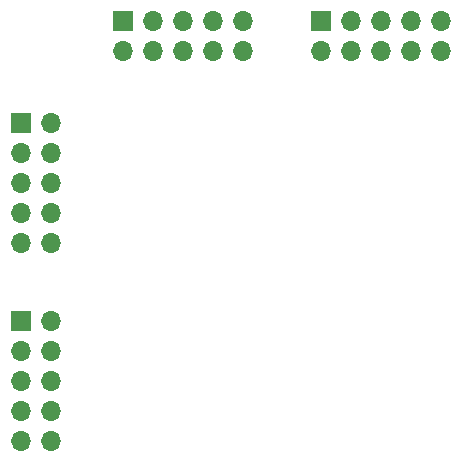
<source format=gbr>
G04 #@! TF.GenerationSoftware,KiCad,Pcbnew,5.1.5-52549c5~84~ubuntu16.04.1*
G04 #@! TF.CreationDate,2020-01-11T14:28:59-08:00*
G04 #@! TF.ProjectId,frame_corners,6672616d-655f-4636-9f72-6e6572732e6b,rev?*
G04 #@! TF.SameCoordinates,Original*
G04 #@! TF.FileFunction,Copper,L1,Top*
G04 #@! TF.FilePolarity,Positive*
%FSLAX46Y46*%
G04 Gerber Fmt 4.6, Leading zero omitted, Abs format (unit mm)*
G04 Created by KiCad (PCBNEW 5.1.5-52549c5~84~ubuntu16.04.1) date 2020-01-11 14:28:59*
%MOMM*%
%LPD*%
G04 APERTURE LIST*
%ADD10R,1.700000X1.700000*%
%ADD11O,1.700000X1.700000*%
G04 APERTURE END LIST*
D10*
X-398600000Y540000000D03*
D11*
X-396060000Y540000000D03*
X-398600000Y537460000D03*
X-396060000Y537460000D03*
X-398600000Y534920000D03*
X-396060000Y534920000D03*
X-398600000Y532380000D03*
X-396060000Y532380000D03*
X-398600000Y529840000D03*
X-396060000Y529840000D03*
D10*
X-390000000Y548600000D03*
D11*
X-390000000Y546060000D03*
X-387460000Y548600000D03*
X-387460000Y546060000D03*
X-384920000Y548600000D03*
X-384920000Y546060000D03*
X-382380000Y548600000D03*
X-382380000Y546060000D03*
X-379840000Y548600000D03*
X-379840000Y546060000D03*
X-363040000Y546060000D03*
X-363040000Y548600000D03*
X-365580000Y546060000D03*
X-365580000Y548600000D03*
X-368120000Y546060000D03*
X-368120000Y548600000D03*
X-370660000Y546060000D03*
X-370660000Y548600000D03*
X-373200000Y546060000D03*
D10*
X-373200000Y548600000D03*
D11*
X-396060000Y513040000D03*
X-398600000Y513040000D03*
X-396060000Y515580000D03*
X-398600000Y515580000D03*
X-396060000Y518120000D03*
X-398600000Y518120000D03*
X-396060000Y520660000D03*
X-398600000Y520660000D03*
X-396060000Y523200000D03*
D10*
X-398600000Y523200000D03*
M02*

</source>
